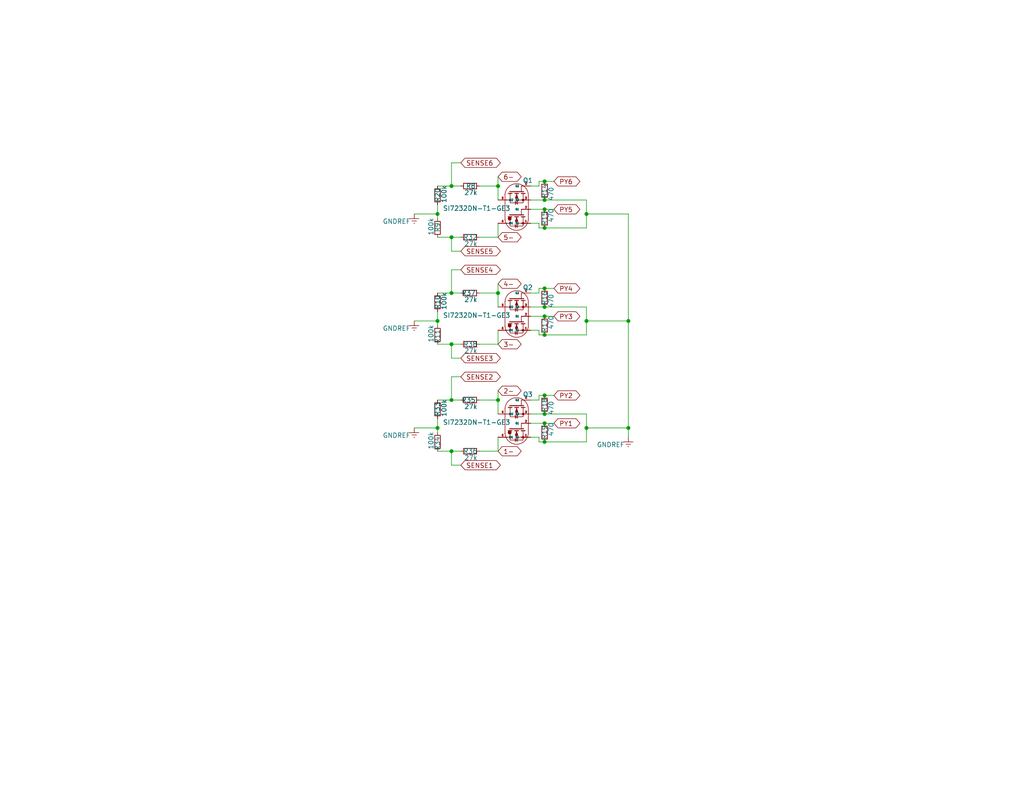
<source format=kicad_sch>
(kicad_sch (version 20231120) (generator "eeschema") (generator_version "8.0")
  (paper "USLetter")
  (title_block (title "WINTER Pyro Channels") (date "2025-01-06") (rev "3.3") (company "SparrowTheNerd"))
  (lib_symbols
    (symbol "Device:R_Small" (pin_numbers hide) (pin_names (offset 0.254) hide)
      (property "Reference" "R" (at 0.762 0.508 0))
      (property "Value" "R_Small" (at 0.762 -1.016 0))
      (symbol "R_Small_0_1"
        (rectangle (start -0.762 1.778) (end 0.762 -1.778) (stroke (width 0.2032)))
      )
      (symbol "R_Small_1_1"
        (pin passive line (at 0 2.54 270) (length 0.762) (name "~") (number "1"))
        (pin passive line (at 0 -2.54 90) (length 0.762) (name "~") (number "2"))
      )
    )
    (symbol "power:GNDREF" (power) (pin_names (offset 0))
      (property "Value" "GNDREF" (at 0 -3.81 0))
      (symbol "GNDREF_0_1"
        (polyline (pts (xy -0.635 -1.905) (xy 0.635 -1.905)))
        (polyline (pts (xy -0.127 -2.54) (xy 0.127 -2.54)))
        (polyline (pts (xy 0 -1.27) (xy 0 0)))
        (polyline (pts (xy 1.27 -1.27) (xy -1.27 -1.27)))
      )
      (symbol "GNDREF_1_1"
        (pin power_in line (at 0 0 270) (length 0) hide (name "GNDREF") (number "1"))
      )
    )
    (symbol "rev3_components:SI7232DN-T1-GE3"
      (property "Reference" "Q" (at 4.064 5.334 0))
      (symbol "SI7232DN-T1-GE3_0_1"
        (polyline (pts (xy 0.0001 6.2634) (xy 0.0001 5.5014)))
        (polyline (pts (xy 1.7809 2.5595) (xy 1.7809 1.5435)) (stroke (width 0.254)))
        (polyline (pts (xy 1.7809 4.3375) (xy 1.7809 3.3215)) (stroke (width 0.254)))
        (polyline (pts (xy 1.7809 6.1155) (xy 1.7809 5.0995)) (stroke (width 0.254)))
        (polyline (pts (xy 2.2889 5.7345) (xy 2.2889 1.9245)) (stroke (width 0.254)))
        (polyline (pts (xy 2.3705 2.54) (xy 3.81 2.54)))
        (polyline (pts (xy 6.35 6.35) (xy 6.35 5.588)))
        (polyline (pts (xy 7.8309 0.6297) (xy 0.9347 0.6297)))
        (polyline (pts (xy 7.8916 6.9872) (xy 0.9954 6.9872)))
        (polyline (pts (xy 8.128 2.54) (xy 8.128 1.524)) (stroke (width 0.254)))
        (polyline (pts (xy 8.128 4.318) (xy 8.128 3.302)) (stroke (width 0.254)))
        (polyline (pts (xy 8.128 6.096) (xy 8.128 5.08)) (stroke (width 0.254)))
        (polyline (pts (xy 8.636 5.715) (xy 8.636 1.905)) (stroke (width 0.254)))
        (polyline (pts (xy 8.6953 2.5401) (xy 10.16 2.54)))
        (polyline (pts (xy 0.0029 1.2895) (xy 0.0029 3.8295) (xy 1.7809 3.8295)))
        (polyline (pts (xy 6.35 1.27) (xy 6.35 3.81) (xy 8.128 3.81)))
        (polyline (pts (xy -0.7591 4.2105) (xy -0.3781 3.5755) (xy -1.1401 3.5755) (xy -0.7591 4.2105)))
        (polyline (pts (xy -0.2511 4.3375) (xy -0.3781 4.2105) (xy -1.1401 4.2105) (xy -1.2671 4.0835)))
        (polyline (pts (xy 1.5269 3.8295) (xy 0.5109 4.2105) (xy 0.5109 3.4485) (xy 1.5269 3.8295)) (fill (type outline)))
        (polyline (pts (xy 1.7809 2.0515) (xy -0.7591 2.0515) (xy -0.7591 5.6075) (xy 1.7809 5.6075)))
        (polyline (pts (xy 5.588 4.191) (xy 5.969 3.556) (xy 5.207 3.556) (xy 5.588 4.191)))
        (polyline (pts (xy 6.096 4.318) (xy 5.969 4.191) (xy 5.207 4.191) (xy 5.08 4.064)))
        (polyline (pts (xy 7.874 3.81) (xy 6.858 4.191) (xy 6.858 3.429) (xy 7.874 3.81)) (fill (type outline)))
        (polyline (pts (xy 8.128 2.032) (xy 5.588 2.032) (xy 5.588 5.588) (xy 8.128 5.588)))
        (circle (center 0.0029 2.0515) (radius 0.254) (fill (type outline)))
        (circle (center 0.0029 5.6075) (radius 0.254) (fill (type outline)))
        (arc (start 1.0229 6.985) (mid -1.9146 3.81) (end 1.0229 0.635))
        (arc (start 1.27 5.715) (mid 1.27 5.715) (end 1.27 5.715) (stroke (width 1)))
        (circle (center 6.35 2.032) (radius 0.254) (fill (type outline)))
        (circle (center 6.35 5.588) (radius 0.254) (fill (type outline)))
        (arc (start 7.8671 0.635) (mid 10.8046 3.81) (end 7.8671 6.985))
      )
      (symbol "SI7232DN-T1-GE3_1_1"
        (pin passive line (at 0 0 90) (length 2.54) (name "S1") (number "1"))
        (pin passive line (at 3.81 0 90) (length 2.54) (name "G1") (number "2"))
        (pin passive line (at 6.35 0 90) (length 2.54) (name "S2") (number "3"))
        (pin passive line (at 10.16 0 90) (length 2.54) (name "G2") (number "4"))
        (pin passive line (at 6.35 8.89 270) (length 2.54) (name "D2") (number "5"))
        (pin passive line (at 0 8.89 270) (length 2.54) (name "D1") (number "6"))
      )
    )
  )
  (junction (at 148.59 113.03))
  (junction (at 148.59 49.53))
  (junction (at 148.59 120.65))
  (junction (at 123.19 93.98))
  (junction (at 160.02 116.84))
  (junction (at 171.45 87.63))
  (junction (at 171.45 116.84))
  (junction (at 160.02 58.42))
  (junction (at 119.38 116.84))
  (junction (at 148.59 57.15))
  (junction (at 148.59 86.36))
  (junction (at 135.89 109.22))
  (junction (at 148.59 83.82))
  (junction (at 123.19 64.77))
  (junction (at 119.38 87.63))
  (junction (at 148.59 54.61))
  (junction (at 148.59 62.23))
  (junction (at 123.19 80.01))
  (junction (at 123.19 109.22))
  (junction (at 123.19 50.8))
  (junction (at 148.59 107.95))
  (junction (at 148.59 91.44))
  (junction (at 160.02 87.63))
  (junction (at 119.38 58.42))
  (junction (at 148.59 115.57))
  (junction (at 148.59 78.74))
  (junction (at 123.19 123.19))
  (junction (at 135.89 50.8))
  (junction (at 135.89 80.01))
  (wire (pts (xy 144.78 54.61) (xy 148.59 54.61)))
  (wire (pts (xy 135.89 50.8) (xy 135.89 54.61)))
  (wire (pts (xy 130.81 123.19) (xy 135.89 123.19)))
  (wire (pts (xy 147.066 119.38) (xy 147.066 120.65)))
  (wire (pts (xy 147.066 109.22) (xy 147.066 107.95)))
  (wire (pts (xy 171.45 116.84) (xy 160.02 116.84)))
  (wire (pts (xy 135.89 106.68) (xy 135.89 109.22)))
  (wire (pts (xy 123.19 68.58) (xy 123.19 64.77)))
  (wire (pts (xy 144.78 119.38) (xy 147.066 119.38)))
  (wire (pts (xy 147.066 62.23) (xy 148.59 62.23)))
  (wire (pts (xy 119.38 87.63) (xy 113.03 87.63)))
  (wire (pts (xy 148.59 54.61) (xy 160.02 54.61)))
  (wire (pts (xy 123.19 50.8) (xy 125.73 50.8)))
  (wire (pts (xy 119.38 116.84) (xy 119.38 118.11)))
  (wire (pts (xy 135.89 48.26) (xy 135.89 50.8)))
  (wire (pts (xy 147.066 49.53) (xy 148.59 49.53)))
  (wire (pts (xy 130.81 50.8) (xy 135.89 50.8)))
  (wire (pts (xy 147.066 107.95) (xy 148.59 107.95)))
  (wire (pts (xy 171.45 87.63) (xy 171.45 116.84)))
  (wire (pts (xy 119.38 93.98) (xy 123.19 93.98)))
  (wire (pts (xy 130.81 80.01) (xy 135.89 80.01)))
  (wire (pts (xy 119.38 85.09) (xy 119.38 87.63)))
  (wire (pts (xy 123.19 97.79) (xy 125.73 97.79)))
  (wire (pts (xy 144.78 83.82) (xy 148.59 83.82)))
  (wire (pts (xy 123.19 127) (xy 125.73 127)))
  (wire (pts (xy 119.38 80.01) (xy 123.19 80.01)))
  (wire (pts (xy 144.78 113.03) (xy 148.59 113.03)))
  (wire (pts (xy 171.45 58.42) (xy 171.45 87.63)))
  (wire (pts (xy 135.89 60.96) (xy 135.89 64.77)))
  (wire (pts (xy 135.89 109.22) (xy 135.89 113.03)))
  (wire (pts (xy 144.78 57.15) (xy 148.59 57.15)))
  (wire (pts (xy 147.066 120.65) (xy 148.59 120.65)))
  (wire (pts (xy 119.38 114.3) (xy 119.38 116.84)))
  (wire (pts (xy 144.78 80.01) (xy 147.066 80.01)))
  (wire (pts (xy 160.02 113.03) (xy 160.02 116.84)))
  (wire (pts (xy 171.45 58.42) (xy 160.02 58.42)))
  (wire (pts (xy 123.19 109.22) (xy 125.73 109.22)))
  (wire (pts (xy 148.59 62.23) (xy 160.02 62.23)))
  (wire (pts (xy 119.38 116.84) (xy 113.03 116.84)))
  (wire (pts (xy 144.78 90.17) (xy 147.066 90.17)))
  (wire (pts (xy 123.19 44.45) (xy 123.19 50.8)))
  (wire (pts (xy 148.59 115.57) (xy 151.13 115.57)))
  (wire (pts (xy 123.19 93.98) (xy 125.73 93.98)))
  (wire (pts (xy 135.89 90.17) (xy 135.89 93.98)))
  (wire (pts (xy 148.59 91.44) (xy 160.02 91.44)))
  (wire (pts (xy 148.59 49.53) (xy 151.13 49.53)))
  (wire (pts (xy 123.19 102.87) (xy 125.73 102.87)))
  (wire (pts (xy 135.89 77.47) (xy 135.89 80.01)))
  (wire (pts (xy 144.78 115.57) (xy 148.59 115.57)))
  (wire (pts (xy 135.89 80.01) (xy 135.89 83.82)))
  (wire (pts (xy 147.066 80.01) (xy 147.066 78.74)))
  (wire (pts (xy 148.59 83.82) (xy 160.02 83.82)))
  (wire (pts (xy 160.02 87.63) (xy 160.02 91.44)))
  (wire (pts (xy 119.38 109.22) (xy 123.19 109.22)))
  (wire (pts (xy 123.19 80.01) (xy 125.73 80.01)))
  (wire (pts (xy 160.02 83.82) (xy 160.02 87.63)))
  (wire (pts (xy 130.81 109.22) (xy 135.89 109.22)))
  (wire (pts (xy 130.81 64.77) (xy 135.89 64.77)))
  (wire (pts (xy 147.066 60.96) (xy 147.066 62.23)))
  (wire (pts (xy 123.19 102.87) (xy 123.19 109.22)))
  (wire (pts (xy 147.066 90.17) (xy 147.066 91.44)))
  (wire (pts (xy 123.19 44.45) (xy 125.73 44.45)))
  (wire (pts (xy 144.78 86.36) (xy 148.59 86.36)))
  (wire (pts (xy 148.59 86.36) (xy 151.13 86.36)))
  (wire (pts (xy 160.02 58.42) (xy 160.02 62.23)))
  (wire (pts (xy 123.19 127) (xy 123.19 123.19)))
  (wire (pts (xy 144.78 109.22) (xy 147.066 109.22)))
  (wire (pts (xy 171.45 87.63) (xy 160.02 87.63)))
  (wire (pts (xy 144.78 60.96) (xy 147.066 60.96)))
  (wire (pts (xy 119.38 64.77) (xy 123.19 64.77)))
  (wire (pts (xy 147.066 78.74) (xy 148.59 78.74)))
  (wire (pts (xy 123.19 123.19) (xy 125.73 123.19)))
  (wire (pts (xy 123.19 68.58) (xy 125.73 68.58)))
  (wire (pts (xy 147.066 50.8) (xy 147.066 49.53)))
  (wire (pts (xy 119.38 58.42) (xy 119.38 59.69)))
  (wire (pts (xy 119.38 123.19) (xy 123.19 123.19)))
  (wire (pts (xy 119.38 58.42) (xy 113.03 58.42)))
  (wire (pts (xy 123.19 73.66) (xy 125.73 73.66)))
  (wire (pts (xy 123.19 97.79) (xy 123.19 93.98)))
  (wire (pts (xy 130.81 93.98) (xy 135.89 93.98)))
  (wire (pts (xy 119.38 50.8) (xy 123.19 50.8)))
  (wire (pts (xy 147.066 91.44) (xy 148.59 91.44)))
  (wire (pts (xy 148.59 113.03) (xy 160.02 113.03)))
  (wire (pts (xy 171.45 119.38) (xy 171.45 116.84)))
  (wire (pts (xy 160.02 116.84) (xy 160.02 120.65)))
  (wire (pts (xy 148.59 78.74) (xy 151.13 78.74)))
  (wire (pts (xy 148.59 120.65) (xy 160.02 120.65)))
  (wire (pts (xy 160.02 54.61) (xy 160.02 58.42)))
  (wire (pts (xy 148.59 57.15) (xy 151.13 57.15)))
  (wire (pts (xy 135.89 119.38) (xy 135.89 123.19)))
  (wire (pts (xy 119.38 87.63) (xy 119.38 88.9)))
  (wire (pts (xy 144.78 50.8) (xy 147.066 50.8)))
  (wire (pts (xy 123.19 64.77) (xy 125.73 64.77)))
  (wire (pts (xy 123.19 73.66) (xy 123.19 80.01)))
  (wire (pts (xy 119.38 55.88) (xy 119.38 58.42)))
  (wire (pts (xy 148.59 107.95) (xy 151.13 107.95)))
  (global_label "PY6" (shape bidirectional) (at 151.13 49.53 0) (property "Intersheetrefs" "${INTERSHEET_REFS}" (effects (hide yes))))
  (global_label "4-" (shape bidirectional) (at 135.89 77.47 0) (property "Intersheetrefs" "${INTERSHEET_REFS}" (effects (hide yes))))
  (global_label "5-" (shape bidirectional) (at 135.89 64.77 0) (property "Intersheetrefs" "${INTERSHEET_REFS}" (effects (hide yes))))
  (global_label "6-" (shape bidirectional) (at 135.89 48.26 0) (property "Intersheetrefs" "${INTERSHEET_REFS}" (effects (hide yes))))
  (global_label "PY5" (shape bidirectional) (at 151.13 57.15 0) (property "Intersheetrefs" "${INTERSHEET_REFS}" (effects (hide yes))))
  (global_label "SENSE5" (shape bidirectional) (at 125.73 68.58 0) (property "Intersheetrefs" "${INTERSHEET_REFS}" (effects (hide yes))))
  (global_label "1-" (shape bidirectional) (at 135.89 123.19 0) (property "Intersheetrefs" "${INTERSHEET_REFS}" (effects (hide yes))))
  (global_label "SENSE6" (shape bidirectional) (at 125.73 44.45 0) (property "Intersheetrefs" "${INTERSHEET_REFS}" (effects (hide yes))))
  (global_label "PY1" (shape bidirectional) (at 151.13 115.57 0) (property "Intersheetrefs" "${INTERSHEET_REFS}" (effects (hide yes))))
  (global_label "PY2" (shape bidirectional) (at 151.13 107.95 0) (property "Intersheetrefs" "${INTERSHEET_REFS}" (effects (hide yes))))
  (global_label "SENSE3" (shape bidirectional) (at 125.73 97.79 0) (property "Intersheetrefs" "${INTERSHEET_REFS}" (effects (hide yes))))
  (global_label "PY4" (shape bidirectional) (at 151.13 78.74 0) (property "Intersheetrefs" "${INTERSHEET_REFS}" (effects (hide yes))))
  (global_label "SENSE4" (shape bidirectional) (at 125.73 73.66 0) (property "Intersheetrefs" "${INTERSHEET_REFS}" (effects (hide yes))))
  (global_label "SENSE2" (shape bidirectional) (at 125.73 102.87 0) (property "Intersheetrefs" "${INTERSHEET_REFS}" (effects (hide yes))))
  (global_label "2-" (shape bidirectional) (at 135.89 106.68 0) (property "Intersheetrefs" "${INTERSHEET_REFS}" (effects (hide yes))))
  (global_label "PY3" (shape bidirectional) (at 151.13 86.36 0) (property "Intersheetrefs" "${INTERSHEET_REFS}" (effects (hide yes))))
  (global_label "3-" (shape bidirectional) (at 135.89 93.98 0) (property "Intersheetrefs" "${INTERSHEET_REFS}" (effects (hide yes))))
  (global_label "SENSE1" (shape bidirectional) (at 125.73 127 0) (property "Intersheetrefs" "${INTERSHEET_REFS}" (effects (hide yes))))
  (symbol (lib_id "Device:R_Small") (at 148.59 59.69 0) (mirror x) (unit 1)
    (property "Reference" "R15" (at 148.59 57.658 90) (effects (justify left)))
    (property "Value" "470" (at 150.368 56.896 90) (effects (justify left)))
    (property "Footprint" "Resistor_SMD:R_0603_1608Metric" (effects (hide yes)))
    (property "Product ID" "RC0603JR-07470RL" (effects (hide yes)))
    (property "LCSC" "C23179" (effects (hide yes)))
  )
  (symbol (lib_id "Device:R_Small") (at 148.59 110.49 0) (unit 1)
    (property "Reference" "R18" (at 148.59 112.522 90) (effects (justify left)))
    (property "Value" "470" (at 150.368 113.284 90) (effects (justify left)))
    (property "Footprint" "Resistor_SMD:R_0603_1608Metric" (effects (hide yes)))
    (property "Product ID" "RC0603JR-07470RL" (effects (hide yes)))
    (property "LCSC" "C23179" (effects (hide yes)))
  )
  (symbol (lib_id "rev3_components:SI7232DN-T1-GE3") (at 144.78 60.96 90) (unit 1)
    (property "Reference" "Q1" (at 144.018 49.276 90))
    (property "Value" "SI7232DN-T1-GE3" (at 130.048 56.896 90))
    (property "Footprint" "rev3footprints:TRANS_SI7232DN-T1-GE3" (effects (hide yes)))
    (property "Product ID" "SI7232DN-T1-GE3" (effects (hide yes)))
    (property "LCSC" "C144854" (effects (hide yes)))
  )
  (symbol (lib_id "Device:R_Small") (at 148.59 88.9 0) (mirror x) (unit 1)
    (property "Reference" "R17" (at 148.59 86.868 90) (effects (justify left)))
    (property "Value" "470" (at 150.368 86.106 90) (effects (justify left)))
    (property "Footprint" "Resistor_SMD:R_0603_1608Metric" (effects (hide yes)))
    (property "Product ID" "RC0603JR-07470RL" (effects (hide yes)))
    (property "LCSC" "C23179" (effects (hide yes)))
  )
  (symbol (lib_id "rev3_components:SI7232DN-T1-GE3") (at 144.78 119.38 90) (unit 1)
    (property "Reference" "Q3" (at 144.018 107.696 90))
    (property "Value" "SI7232DN-T1-GE3" (at 130.048 115.316 90))
    (property "Footprint" "rev3footprints:TRANS_SI7232DN-T1-GE3" (effects (hide yes)))
    (property "Product ID" "SI7232DN-T1-GE3" (effects (hide yes)))
    (property "LCSC" "C144854" (effects (hide yes)))
  )
  (symbol (lib_id "Device:R_Small") (at 119.38 120.65 180) (unit 1)
    (property "Reference" "R34" (at 119.38 119.126 90) (effects (justify left)))
    (property "Value" "100k" (at 117.602 117.856 90) (effects (justify left)))
    (property "Footprint" "Resistor_SMD:R_0603_1608Metric" (effects (hide yes)))
    (property "Product ID" "RMCF0603FT100K" (effects (hide yes)))
    (property "LCSC" "C25803" (effects (hide yes)))
  )
  (symbol (lib_id "Device:R_Small") (at 119.38 53.34 180) (unit 1)
    (property "Reference" "R20" (at 119.38 51.308 90) (effects (justify left)))
    (property "Value" "100k" (at 121.158 50.546 90) (effects (justify left)))
    (property "Footprint" "Resistor_SMD:R_0603_1608Metric" (effects (hide yes)))
    (property "Product ID" "RMCF0603FT100K" (effects (hide yes)))
    (property "LCSC" "C25803" (effects (hide yes)))
  )
  (symbol (lib_id "Device:R_Small") (at 148.59 81.28 0) (unit 1)
    (property "Reference" "R16" (at 148.59 83.312 90) (effects (justify left)))
    (property "Value" "470" (at 150.368 84.074 90) (effects (justify left)))
    (property "Footprint" "Resistor_SMD:R_0603_1608Metric" (effects (hide yes)))
    (property "Product ID" "RC0603JR-07470RL" (effects (hide yes)))
    (property "LCSC" "C23179" (effects (hide yes)))
  )
  (symbol (lib_id "Device:R_Small") (at 128.27 109.22 90) (unit 1)
    (property "Reference" "R35" (at 129.794 109.22 90) (effects (justify left)))
    (property "Value" "27k" (at 130.302 110.998 90) (effects (justify left)))
    (property "Footprint" "Resistor_SMD:R_0603_1608Metric" (effects (hide yes)))
    (property "Product ID" "RMCF0603JT27K0" (effects (hide yes)))
    (property "LCSC" "C22967" (effects (hide yes)))
  )
  (symbol (lib_id "power:GNDREF") (at 113.03 87.63 0) (mirror y) (unit 1)
    (property "Reference" "#PWR05" (effects (hide yes)))
    (property "Value" "GNDREF" (at 108.204 89.662 0))
  )
  (symbol (lib_id "Device:R_Small") (at 128.27 64.77 90) (unit 1)
    (property "Reference" "R32" (at 130.302 64.77 90) (effects (justify left)))
    (property "Value" "27k" (at 130.302 66.548 90) (effects (justify left)))
    (property "Footprint" "Resistor_SMD:R_0603_1608Metric" (effects (hide yes)))
    (property "Product ID" "RMCF0603JT27K0" (effects (hide yes)))
    (property "LCSC" "C22967" (effects (hide yes)))
  )
  (symbol (lib_id "power:GNDREF") (at 113.03 58.42 0) (mirror y) (unit 1)
    (property "Reference" "#PWR0126" (effects (hide yes)))
    (property "Value" "GNDREF" (at 108.204 60.452 0))
  )
  (symbol (lib_id "Device:R_Small") (at 128.27 93.98 90) (unit 1)
    (property "Reference" "R38" (at 130.302 93.98 90) (effects (justify left)))
    (property "Value" "27k" (at 130.302 95.758 90) (effects (justify left)))
    (property "Footprint" "Resistor_SMD:R_0603_1608Metric" (effects (hide yes)))
    (property "Product ID" "RMCF0603JT27K0" (effects (hide yes)))
    (property "LCSC" "C22967" (effects (hide yes)))
  )
  (symbol (lib_id "Device:R_Small") (at 148.59 52.07 0) (unit 1)
    (property "Reference" "R14" (at 148.59 54.102 90) (effects (justify left)))
    (property "Value" "470" (at 150.368 54.864 90) (effects (justify left)))
    (property "Footprint" "Resistor_SMD:R_0603_1608Metric" (effects (hide yes)))
    (property "Product ID" "RC0603JR-07470RL" (effects (hide yes)))
    (property "LCSC" "C23179" (effects (hide yes)))
  )
  (symbol (lib_id "Device:R_Small") (at 128.27 80.01 90) (unit 1)
    (property "Reference" "R37" (at 129.794 80.01 90) (effects (justify left)))
    (property "Value" "27k" (at 130.302 81.788 90) (effects (justify left)))
    (property "Footprint" "Resistor_SMD:R_0603_1608Metric" (effects (hide yes)))
    (property "Product ID" "RMCF0603JT27K0" (effects (hide yes)))
    (property "LCSC" "C22967" (effects (hide yes)))
  )
  (symbol (lib_id "Device:R_Small") (at 119.38 91.44 180) (unit 1)
    (property "Reference" "R11" (at 119.38 89.916 90) (effects (justify left)))
    (property "Value" "100k" (at 117.602 88.646 90) (effects (justify left)))
    (property "Footprint" "Resistor_SMD:R_0603_1608Metric" (effects (hide yes)))
    (property "Product ID" "RMCF0603FT100K" (effects (hide yes)))
    (property "LCSC" "C25803" (effects (hide yes)))
  )
  (symbol (lib_id "Device:R_Small") (at 128.27 50.8 90) (unit 1)
    (property "Reference" "R8" (at 129.794 50.8 90) (effects (justify left)))
    (property "Value" "27k" (at 130.302 52.578 90) (effects (justify left)))
    (property "Footprint" "Resistor_SMD:R_0603_1608Metric" (effects (hide yes)))
    (property "Product ID" "RMCF0603JT27K0" (effects (hide yes)))
    (property "LCSC" "C22967" (effects (hide yes)))
  )
  (symbol (lib_id "rev3_components:SI7232DN-T1-GE3") (at 144.78 90.17 90) (unit 1)
    (property "Reference" "Q2" (at 144.018 78.486 90))
    (property "Value" "SI7232DN-T1-GE3" (at 130.048 86.106 90))
    (property "Footprint" "rev3footprints:TRANS_SI7232DN-T1-GE3" (effects (hide yes)))
    (property "Product ID" "SI7232DN-T1-GE3" (effects (hide yes)))
    (property "LCSC" "C144854" (effects (hide yes)))
  )
  (symbol (lib_id "Device:R_Small") (at 119.38 111.76 180) (unit 1)
    (property "Reference" "R33" (at 119.38 109.728 90) (effects (justify left)))
    (property "Value" "100k" (at 121.158 108.966 90) (effects (justify left)))
    (property "Footprint" "Resistor_SMD:R_0603_1608Metric" (effects (hide yes)))
    (property "Product ID" "RMCF0603FT100K" (effects (hide yes)))
    (property "LCSC" "C25803" (effects (hide yes)))
  )
  (symbol (lib_id "Device:R_Small") (at 119.38 82.55 180) (unit 1)
    (property "Reference" "R10" (at 119.38 80.518 90) (effects (justify left)))
    (property "Value" "100k" (at 121.158 79.756 90) (effects (justify left)))
    (property "Footprint" "Resistor_SMD:R_0603_1608Metric" (effects (hide yes)))
    (property "Product ID" "RMCF0603FT100K" (effects (hide yes)))
    (property "LCSC" "C25803" (effects (hide yes)))
  )
  (symbol (lib_id "Device:R_Small") (at 119.38 62.23 180) (unit 1)
    (property "Reference" "R9" (at 119.38 60.706 90) (effects (justify left)))
    (property "Value" "100k" (at 117.602 59.436 90) (effects (justify left)))
    (property "Footprint" "Resistor_SMD:R_0603_1608Metric" (effects (hide yes)))
    (property "Product ID" "RMCF0603FT100K" (effects (hide yes)))
    (property "LCSC" "C25803" (effects (hide yes)))
  )
  (symbol (lib_id "Device:R_Small") (at 148.59 118.11 0) (mirror x) (unit 1)
    (property "Reference" "R19" (at 148.59 116.078 90) (effects (justify left)))
    (property "Value" "470" (at 150.368 115.316 90) (effects (justify left)))
    (property "Footprint" "Resistor_SMD:R_0603_1608Metric" (effects (hide yes)))
    (property "Product ID" "RC0603JR-07470RL" (effects (hide yes)))
    (property "LCSC" "C23179" (effects (hide yes)))
  )
  (symbol (lib_id "power:GNDREF") (at 113.03 116.84 0) (mirror y) (unit 1)
    (property "Reference" "#PWR04" (effects (hide yes)))
    (property "Value" "GNDREF" (at 108.204 118.872 0))
  )
  (symbol (lib_id "Device:R_Small") (at 128.27 123.19 90) (unit 1)
    (property "Reference" "R36" (at 130.302 123.19 90) (effects (justify left)))
    (property "Value" "27k" (at 130.302 124.968 90) (effects (justify left)))
    (property "Footprint" "Resistor_SMD:R_0603_1608Metric" (effects (hide yes)))
    (property "Product ID" "RMCF0603JT27K0" (effects (hide yes)))
    (property "LCSC" "C22967" (effects (hide yes)))
  )
  (symbol (lib_id "power:GNDREF") (at 171.45 119.38 0) (mirror y) (unit 1)
    (property "Reference" "#PWR03" (effects (hide yes)))
    (property "Value" "GNDREF" (at 166.624 121.412 0))
  )
)
</source>
